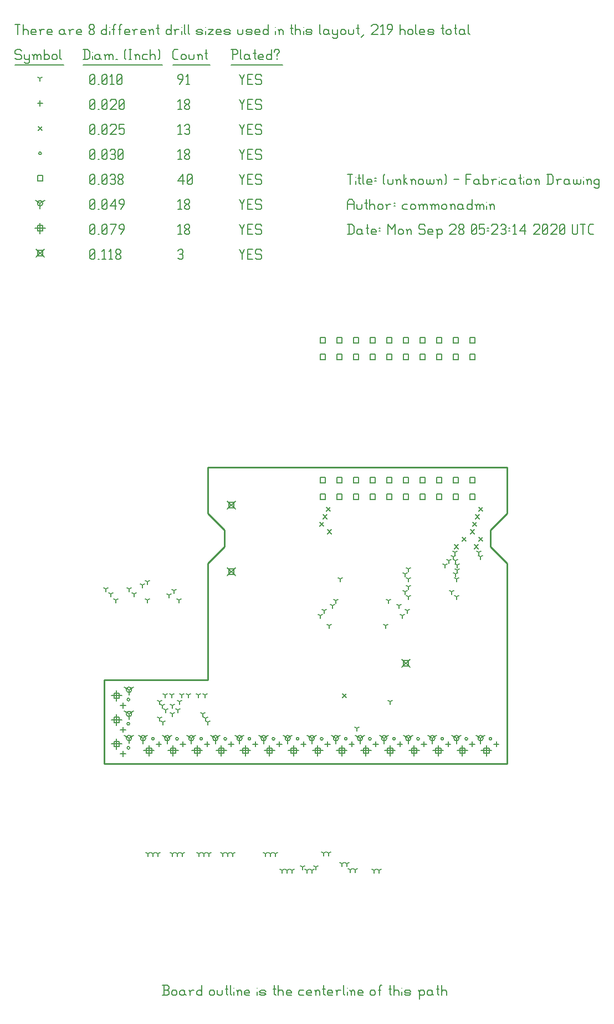
<source format=gbr>
G04 start of page 14 for group -3984 idx -3984 *
G04 Title: (unknown), fab *
G04 Creator: pcb 4.2.0 *
G04 CreationDate: Mon Sep 28 05:23:14 2020 UTC *
G04 For: commonadmin *
G04 Format: Gerber/RS-274X *
G04 PCB-Dimensions (mil): 3500.00 4250.00 *
G04 PCB-Coordinate-Origin: lower left *
%MOIN*%
%FSLAX25Y25*%
%LNFAB*%
%ADD133C,0.0100*%
%ADD132C,0.0075*%
%ADD131C,0.0060*%
%ADD130C,0.0080*%
G54D130*X232600Y192400D02*X237400Y187600D01*
X232600D02*X237400Y192400D01*
X233400Y191600D02*X236600D01*
X233400D02*Y188400D01*
X236600D01*
Y191600D02*Y188400D01*
X127600Y287400D02*X132400Y282600D01*
X127600D02*X132400Y287400D01*
X128400Y286600D02*X131600D01*
X128400D02*Y283400D01*
X131600D01*
Y286600D02*Y283400D01*
X127600Y247400D02*X132400Y242600D01*
X127600D02*X132400Y247400D01*
X128400Y246600D02*X131600D01*
X128400D02*Y243400D01*
X131600D01*
Y246600D02*Y243400D01*
X12600Y438650D02*X17400Y433850D01*
X12600D02*X17400Y438650D01*
X13400Y437850D02*X16600D01*
X13400D02*Y434650D01*
X16600D01*
Y437850D02*Y434650D01*
G54D131*X135000Y438500D02*X136500Y435500D01*
X138000Y438500D01*
X136500Y435500D02*Y432500D01*
X139800Y435800D02*X142050D01*
X139800Y432500D02*X142800D01*
X139800Y438500D02*Y432500D01*
Y438500D02*X142800D01*
X147600D02*X148350Y437750D01*
X145350Y438500D02*X147600D01*
X144600Y437750D02*X145350Y438500D01*
X144600Y437750D02*Y436250D01*
X145350Y435500D01*
X147600D01*
X148350Y434750D01*
Y433250D01*
X147600Y432500D02*X148350Y433250D01*
X145350Y432500D02*X147600D01*
X144600Y433250D02*X145350Y432500D01*
X98000Y437750D02*X98750Y438500D01*
X100250D01*
X101000Y437750D01*
X100250Y432500D02*X101000Y433250D01*
X98750Y432500D02*X100250D01*
X98000Y433250D02*X98750Y432500D01*
Y435800D02*X100250D01*
X101000Y437750D02*Y436550D01*
Y435050D02*Y433250D01*
Y435050D02*X100250Y435800D01*
X101000Y436550D02*X100250Y435800D01*
X45000Y433250D02*X45750Y432500D01*
X45000Y437750D02*Y433250D01*
Y437750D02*X45750Y438500D01*
X47250D01*
X48000Y437750D01*
Y433250D01*
X47250Y432500D02*X48000Y433250D01*
X45750Y432500D02*X47250D01*
X45000Y434000D02*X48000Y437000D01*
X49800Y432500D02*X50550D01*
X52350Y437300D02*X53550Y438500D01*
Y432500D01*
X52350D02*X54600D01*
X56400Y437300D02*X57600Y438500D01*
Y432500D01*
X56400D02*X58650D01*
X60450Y433250D02*X61200Y432500D01*
X60450Y434450D02*Y433250D01*
Y434450D02*X61500Y435500D01*
X62400D01*
X63450Y434450D01*
Y433250D01*
X62700Y432500D02*X63450Y433250D01*
X61200Y432500D02*X62700D01*
X60450Y436550D02*X61500Y435500D01*
X60450Y437750D02*Y436550D01*
Y437750D02*X61200Y438500D01*
X62700D01*
X63450Y437750D01*
Y436550D01*
X62400Y435500D02*X63450Y436550D01*
X225500Y140700D02*Y134300D01*
X222300Y137500D02*X228700D01*
X223900Y139100D02*X227100D01*
X223900D02*Y135900D01*
X227100D01*
Y139100D02*Y135900D01*
X240000Y140700D02*Y134300D01*
X236800Y137500D02*X243200D01*
X238400Y139100D02*X241600D01*
X238400D02*Y135900D01*
X241600D01*
Y139100D02*Y135900D01*
X80500Y140700D02*Y134300D01*
X77300Y137500D02*X83700D01*
X78900Y139100D02*X82100D01*
X78900D02*Y135900D01*
X82100D01*
Y139100D02*Y135900D01*
X95000Y140700D02*Y134300D01*
X91800Y137500D02*X98200D01*
X93400Y139100D02*X96600D01*
X93400D02*Y135900D01*
X96600D01*
Y139100D02*Y135900D01*
X109500Y140700D02*Y134300D01*
X106300Y137500D02*X112700D01*
X107900Y139100D02*X111100D01*
X107900D02*Y135900D01*
X111100D01*
Y139100D02*Y135900D01*
X124000Y140700D02*Y134300D01*
X120800Y137500D02*X127200D01*
X122400Y139100D02*X125600D01*
X122400D02*Y135900D01*
X125600D01*
Y139100D02*Y135900D01*
X138500Y140700D02*Y134300D01*
X135300Y137500D02*X141700D01*
X136900Y139100D02*X140100D01*
X136900D02*Y135900D01*
X140100D01*
Y139100D02*Y135900D01*
X153000Y140700D02*Y134300D01*
X149800Y137500D02*X156200D01*
X151400Y139100D02*X154600D01*
X151400D02*Y135900D01*
X154600D01*
Y139100D02*Y135900D01*
X167500Y140700D02*Y134300D01*
X164300Y137500D02*X170700D01*
X165900Y139100D02*X169100D01*
X165900D02*Y135900D01*
X169100D01*
Y139100D02*Y135900D01*
X182000Y140700D02*Y134300D01*
X178800Y137500D02*X185200D01*
X180400Y139100D02*X183600D01*
X180400D02*Y135900D01*
X183600D01*
Y139100D02*Y135900D01*
X196500Y140700D02*Y134300D01*
X193300Y137500D02*X199700D01*
X194900Y139100D02*X198100D01*
X194900D02*Y135900D01*
X198100D01*
Y139100D02*Y135900D01*
X211000Y140700D02*Y134300D01*
X207800Y137500D02*X214200D01*
X209400Y139100D02*X212600D01*
X209400D02*Y135900D01*
X212600D01*
Y139100D02*Y135900D01*
X254500Y140700D02*Y134300D01*
X251300Y137500D02*X257700D01*
X252900Y139100D02*X256100D01*
X252900D02*Y135900D01*
X256100D01*
Y139100D02*Y135900D01*
X269000Y140700D02*Y134300D01*
X265800Y137500D02*X272200D01*
X267400Y139100D02*X270600D01*
X267400D02*Y135900D01*
X270600D01*
Y139100D02*Y135900D01*
X283500Y140700D02*Y134300D01*
X280300Y137500D02*X286700D01*
X281900Y139100D02*X285100D01*
X281900D02*Y135900D01*
X285100D01*
Y139100D02*Y135900D01*
X61000Y144700D02*Y138300D01*
X57800Y141500D02*X64200D01*
X59400Y143100D02*X62600D01*
X59400D02*Y139900D01*
X62600D01*
Y143100D02*Y139900D01*
X61000Y173700D02*Y167300D01*
X57800Y170500D02*X64200D01*
X59400Y172100D02*X62600D01*
X59400D02*Y168900D01*
X62600D01*
Y172100D02*Y168900D01*
X61000Y159200D02*Y152800D01*
X57800Y156000D02*X64200D01*
X59400Y157600D02*X62600D01*
X59400D02*Y154400D01*
X62600D01*
Y157600D02*Y154400D01*
X15000Y454450D02*Y448050D01*
X11800Y451250D02*X18200D01*
X13400Y452850D02*X16600D01*
X13400D02*Y449650D01*
X16600D01*
Y452850D02*Y449650D01*
X135000Y453500D02*X136500Y450500D01*
X138000Y453500D01*
X136500Y450500D02*Y447500D01*
X139800Y450800D02*X142050D01*
X139800Y447500D02*X142800D01*
X139800Y453500D02*Y447500D01*
Y453500D02*X142800D01*
X147600D02*X148350Y452750D01*
X145350Y453500D02*X147600D01*
X144600Y452750D02*X145350Y453500D01*
X144600Y452750D02*Y451250D01*
X145350Y450500D01*
X147600D01*
X148350Y449750D01*
Y448250D01*
X147600Y447500D02*X148350Y448250D01*
X145350Y447500D02*X147600D01*
X144600Y448250D02*X145350Y447500D01*
X98000Y452300D02*X99200Y453500D01*
Y447500D01*
X98000D02*X100250D01*
X102050Y448250D02*X102800Y447500D01*
X102050Y449450D02*Y448250D01*
Y449450D02*X103100Y450500D01*
X104000D01*
X105050Y449450D01*
Y448250D01*
X104300Y447500D02*X105050Y448250D01*
X102800Y447500D02*X104300D01*
X102050Y451550D02*X103100Y450500D01*
X102050Y452750D02*Y451550D01*
Y452750D02*X102800Y453500D01*
X104300D01*
X105050Y452750D01*
Y451550D01*
X104000Y450500D02*X105050Y451550D01*
X45000Y448250D02*X45750Y447500D01*
X45000Y452750D02*Y448250D01*
Y452750D02*X45750Y453500D01*
X47250D01*
X48000Y452750D01*
Y448250D01*
X47250Y447500D02*X48000Y448250D01*
X45750Y447500D02*X47250D01*
X45000Y449000D02*X48000Y452000D01*
X49800Y447500D02*X50550D01*
X52350Y448250D02*X53100Y447500D01*
X52350Y452750D02*Y448250D01*
Y452750D02*X53100Y453500D01*
X54600D01*
X55350Y452750D01*
Y448250D01*
X54600Y447500D02*X55350Y448250D01*
X53100Y447500D02*X54600D01*
X52350Y449000D02*X55350Y452000D01*
X57900Y447500D02*X60900Y453500D01*
X57150D02*X60900D01*
X63450Y447500D02*X65700Y450500D01*
Y452750D02*Y450500D01*
X64950Y453500D02*X65700Y452750D01*
X63450Y453500D02*X64950D01*
X62700Y452750D02*X63450Y453500D01*
X62700Y452750D02*Y451250D01*
X63450Y450500D01*
X65700D01*
X221957Y144980D02*Y141780D01*
Y144980D02*X224730Y146580D01*
X221957Y144980D02*X219183Y146580D01*
X220357Y144980D02*G75*G03X223557Y144980I1600J0D01*G01*
G75*G03X220357Y144980I-1600J0D01*G01*
X236457D02*Y141780D01*
Y144980D02*X239230Y146580D01*
X236457Y144980D02*X233683Y146580D01*
X234857Y144980D02*G75*G03X238057Y144980I1600J0D01*G01*
G75*G03X234857Y144980I-1600J0D01*G01*
X76957D02*Y141780D01*
Y144980D02*X79730Y146580D01*
X76957Y144980D02*X74183Y146580D01*
X75357Y144980D02*G75*G03X78557Y144980I1600J0D01*G01*
G75*G03X75357Y144980I-1600J0D01*G01*
X91457D02*Y141780D01*
Y144980D02*X94230Y146580D01*
X91457Y144980D02*X88683Y146580D01*
X89857Y144980D02*G75*G03X93057Y144980I1600J0D01*G01*
G75*G03X89857Y144980I-1600J0D01*G01*
X105957D02*Y141780D01*
Y144980D02*X108730Y146580D01*
X105957Y144980D02*X103183Y146580D01*
X104357Y144980D02*G75*G03X107557Y144980I1600J0D01*G01*
G75*G03X104357Y144980I-1600J0D01*G01*
X120457D02*Y141780D01*
Y144980D02*X123230Y146580D01*
X120457Y144980D02*X117683Y146580D01*
X118857Y144980D02*G75*G03X122057Y144980I1600J0D01*G01*
G75*G03X118857Y144980I-1600J0D01*G01*
X134957D02*Y141780D01*
Y144980D02*X137730Y146580D01*
X134957Y144980D02*X132183Y146580D01*
X133357Y144980D02*G75*G03X136557Y144980I1600J0D01*G01*
G75*G03X133357Y144980I-1600J0D01*G01*
X149457D02*Y141780D01*
Y144980D02*X152230Y146580D01*
X149457Y144980D02*X146683Y146580D01*
X147857Y144980D02*G75*G03X151057Y144980I1600J0D01*G01*
G75*G03X147857Y144980I-1600J0D01*G01*
X163957D02*Y141780D01*
Y144980D02*X166730Y146580D01*
X163957Y144980D02*X161183Y146580D01*
X162357Y144980D02*G75*G03X165557Y144980I1600J0D01*G01*
G75*G03X162357Y144980I-1600J0D01*G01*
X178457D02*Y141780D01*
Y144980D02*X181230Y146580D01*
X178457Y144980D02*X175683Y146580D01*
X176857Y144980D02*G75*G03X180057Y144980I1600J0D01*G01*
G75*G03X176857Y144980I-1600J0D01*G01*
X192957D02*Y141780D01*
Y144980D02*X195730Y146580D01*
X192957Y144980D02*X190183Y146580D01*
X191357Y144980D02*G75*G03X194557Y144980I1600J0D01*G01*
G75*G03X191357Y144980I-1600J0D01*G01*
X207457D02*Y141780D01*
Y144980D02*X210230Y146580D01*
X207457Y144980D02*X204683Y146580D01*
X205857Y144980D02*G75*G03X209057Y144980I1600J0D01*G01*
G75*G03X205857Y144980I-1600J0D01*G01*
X250957D02*Y141780D01*
Y144980D02*X253730Y146580D01*
X250957Y144980D02*X248183Y146580D01*
X249357Y144980D02*G75*G03X252557Y144980I1600J0D01*G01*
G75*G03X249357Y144980I-1600J0D01*G01*
X265457D02*Y141780D01*
Y144980D02*X268230Y146580D01*
X265457Y144980D02*X262683Y146580D01*
X263857Y144980D02*G75*G03X267057Y144980I1600J0D01*G01*
G75*G03X263857Y144980I-1600J0D01*G01*
X279957D02*Y141780D01*
Y144980D02*X282730Y146580D01*
X279957Y144980D02*X277183Y146580D01*
X278357Y144980D02*G75*G03X281557Y144980I1600J0D01*G01*
G75*G03X278357Y144980I-1600J0D01*G01*
X68480Y145043D02*Y141843D01*
Y145043D02*X71254Y146643D01*
X68480Y145043D02*X65707Y146643D01*
X66880Y145043D02*G75*G03X70080Y145043I1600J0D01*G01*
G75*G03X66880Y145043I-1600J0D01*G01*
X68480Y174043D02*Y170843D01*
Y174043D02*X71254Y175643D01*
X68480Y174043D02*X65707Y175643D01*
X66880Y174043D02*G75*G03X70080Y174043I1600J0D01*G01*
G75*G03X66880Y174043I-1600J0D01*G01*
X68480Y159543D02*Y156343D01*
Y159543D02*X71254Y161143D01*
X68480Y159543D02*X65707Y161143D01*
X66880Y159543D02*G75*G03X70080Y159543I1600J0D01*G01*
G75*G03X66880Y159543I-1600J0D01*G01*
X15000Y466250D02*Y463050D01*
Y466250D02*X17773Y467850D01*
X15000Y466250D02*X12227Y467850D01*
X13400Y466250D02*G75*G03X16600Y466250I1600J0D01*G01*
G75*G03X13400Y466250I-1600J0D01*G01*
X135000Y468500D02*X136500Y465500D01*
X138000Y468500D01*
X136500Y465500D02*Y462500D01*
X139800Y465800D02*X142050D01*
X139800Y462500D02*X142800D01*
X139800Y468500D02*Y462500D01*
Y468500D02*X142800D01*
X147600D02*X148350Y467750D01*
X145350Y468500D02*X147600D01*
X144600Y467750D02*X145350Y468500D01*
X144600Y467750D02*Y466250D01*
X145350Y465500D01*
X147600D01*
X148350Y464750D01*
Y463250D01*
X147600Y462500D02*X148350Y463250D01*
X145350Y462500D02*X147600D01*
X144600Y463250D02*X145350Y462500D01*
X98000Y467300D02*X99200Y468500D01*
Y462500D01*
X98000D02*X100250D01*
X102050Y463250D02*X102800Y462500D01*
X102050Y464450D02*Y463250D01*
Y464450D02*X103100Y465500D01*
X104000D01*
X105050Y464450D01*
Y463250D01*
X104300Y462500D02*X105050Y463250D01*
X102800Y462500D02*X104300D01*
X102050Y466550D02*X103100Y465500D01*
X102050Y467750D02*Y466550D01*
Y467750D02*X102800Y468500D01*
X104300D01*
X105050Y467750D01*
Y466550D01*
X104000Y465500D02*X105050Y466550D01*
X45000Y463250D02*X45750Y462500D01*
X45000Y467750D02*Y463250D01*
Y467750D02*X45750Y468500D01*
X47250D01*
X48000Y467750D01*
Y463250D01*
X47250Y462500D02*X48000Y463250D01*
X45750Y462500D02*X47250D01*
X45000Y464000D02*X48000Y467000D01*
X49800Y462500D02*X50550D01*
X52350Y463250D02*X53100Y462500D01*
X52350Y467750D02*Y463250D01*
Y467750D02*X53100Y468500D01*
X54600D01*
X55350Y467750D01*
Y463250D01*
X54600Y462500D02*X55350Y463250D01*
X53100Y462500D02*X54600D01*
X52350Y464000D02*X55350Y467000D01*
X57150Y464750D02*X60150Y468500D01*
X57150Y464750D02*X60900D01*
X60150Y468500D02*Y462500D01*
X63450D02*X65700Y465500D01*
Y467750D02*Y465500D01*
X64950Y468500D02*X65700Y467750D01*
X63450Y468500D02*X64950D01*
X62700Y467750D02*X63450Y468500D01*
X62700Y467750D02*Y466250D01*
X63450Y465500D01*
X65700D01*
X273400Y301600D02*X276600D01*
X273400D02*Y298400D01*
X276600D01*
Y301600D02*Y298400D01*
X273400Y291600D02*X276600D01*
X273400D02*Y288400D01*
X276600D01*
Y291600D02*Y288400D01*
X263400Y301600D02*X266600D01*
X263400D02*Y298400D01*
X266600D01*
Y301600D02*Y298400D01*
X263400Y291600D02*X266600D01*
X263400D02*Y288400D01*
X266600D01*
Y291600D02*Y288400D01*
X253400Y301600D02*X256600D01*
X253400D02*Y298400D01*
X256600D01*
Y301600D02*Y298400D01*
X253400Y291600D02*X256600D01*
X253400D02*Y288400D01*
X256600D01*
Y291600D02*Y288400D01*
X243400Y301600D02*X246600D01*
X243400D02*Y298400D01*
X246600D01*
Y301600D02*Y298400D01*
X243400Y291600D02*X246600D01*
X243400D02*Y288400D01*
X246600D01*
Y291600D02*Y288400D01*
X233400Y301600D02*X236600D01*
X233400D02*Y298400D01*
X236600D01*
Y301600D02*Y298400D01*
X233400Y291600D02*X236600D01*
X233400D02*Y288400D01*
X236600D01*
Y291600D02*Y288400D01*
X223400Y301600D02*X226600D01*
X223400D02*Y298400D01*
X226600D01*
Y301600D02*Y298400D01*
X223400Y291600D02*X226600D01*
X223400D02*Y288400D01*
X226600D01*
Y291600D02*Y288400D01*
X213400Y301600D02*X216600D01*
X213400D02*Y298400D01*
X216600D01*
Y301600D02*Y298400D01*
X213400Y291600D02*X216600D01*
X213400D02*Y288400D01*
X216600D01*
Y291600D02*Y288400D01*
X203400Y301600D02*X206600D01*
X203400D02*Y298400D01*
X206600D01*
Y301600D02*Y298400D01*
X203400Y291600D02*X206600D01*
X203400D02*Y288400D01*
X206600D01*
Y291600D02*Y288400D01*
X193400Y301600D02*X196600D01*
X193400D02*Y298400D01*
X196600D01*
Y301600D02*Y298400D01*
X193400Y291600D02*X196600D01*
X193400D02*Y288400D01*
X196600D01*
Y291600D02*Y288400D01*
X183400Y301600D02*X186600D01*
X183400D02*Y298400D01*
X186600D01*
Y301600D02*Y298400D01*
X183400Y291600D02*X186600D01*
X183400D02*Y288400D01*
X186600D01*
Y291600D02*Y288400D01*
X273400Y385600D02*X276600D01*
X273400D02*Y382400D01*
X276600D01*
Y385600D02*Y382400D01*
X273400Y375600D02*X276600D01*
X273400D02*Y372400D01*
X276600D01*
Y375600D02*Y372400D01*
X263400Y385600D02*X266600D01*
X263400D02*Y382400D01*
X266600D01*
Y385600D02*Y382400D01*
X263400Y375600D02*X266600D01*
X263400D02*Y372400D01*
X266600D01*
Y375600D02*Y372400D01*
X253400Y385600D02*X256600D01*
X253400D02*Y382400D01*
X256600D01*
Y385600D02*Y382400D01*
X253400Y375600D02*X256600D01*
X253400D02*Y372400D01*
X256600D01*
Y375600D02*Y372400D01*
X243400Y385600D02*X246600D01*
X243400D02*Y382400D01*
X246600D01*
Y385600D02*Y382400D01*
X243400Y375600D02*X246600D01*
X243400D02*Y372400D01*
X246600D01*
Y375600D02*Y372400D01*
X233400Y385600D02*X236600D01*
X233400D02*Y382400D01*
X236600D01*
Y385600D02*Y382400D01*
X233400Y375600D02*X236600D01*
X233400D02*Y372400D01*
X236600D01*
Y375600D02*Y372400D01*
X223400Y385600D02*X226600D01*
X223400D02*Y382400D01*
X226600D01*
Y385600D02*Y382400D01*
X223400Y375600D02*X226600D01*
X223400D02*Y372400D01*
X226600D01*
Y375600D02*Y372400D01*
X213400Y385600D02*X216600D01*
X213400D02*Y382400D01*
X216600D01*
Y385600D02*Y382400D01*
X213400Y375600D02*X216600D01*
X213400D02*Y372400D01*
X216600D01*
Y375600D02*Y372400D01*
X203400Y385600D02*X206600D01*
X203400D02*Y382400D01*
X206600D01*
Y385600D02*Y382400D01*
X203400Y375600D02*X206600D01*
X203400D02*Y372400D01*
X206600D01*
Y375600D02*Y372400D01*
X193400Y385600D02*X196600D01*
X193400D02*Y382400D01*
X196600D01*
Y385600D02*Y382400D01*
X193400Y375600D02*X196600D01*
X193400D02*Y372400D01*
X196600D01*
Y375600D02*Y372400D01*
X183400Y385600D02*X186600D01*
X183400D02*Y382400D01*
X186600D01*
Y385600D02*Y382400D01*
X183400Y375600D02*X186600D01*
X183400D02*Y372400D01*
X186600D01*
Y375600D02*Y372400D01*
X13400Y482850D02*X16600D01*
X13400D02*Y479650D01*
X16600D01*
Y482850D02*Y479650D01*
X135000Y483500D02*X136500Y480500D01*
X138000Y483500D01*
X136500Y480500D02*Y477500D01*
X139800Y480800D02*X142050D01*
X139800Y477500D02*X142800D01*
X139800Y483500D02*Y477500D01*
Y483500D02*X142800D01*
X147600D02*X148350Y482750D01*
X145350Y483500D02*X147600D01*
X144600Y482750D02*X145350Y483500D01*
X144600Y482750D02*Y481250D01*
X145350Y480500D01*
X147600D01*
X148350Y479750D01*
Y478250D01*
X147600Y477500D02*X148350Y478250D01*
X145350Y477500D02*X147600D01*
X144600Y478250D02*X145350Y477500D01*
X98000Y479750D02*X101000Y483500D01*
X98000Y479750D02*X101750D01*
X101000Y483500D02*Y477500D01*
X103550Y478250D02*X104300Y477500D01*
X103550Y482750D02*Y478250D01*
Y482750D02*X104300Y483500D01*
X105800D01*
X106550Y482750D01*
Y478250D01*
X105800Y477500D02*X106550Y478250D01*
X104300Y477500D02*X105800D01*
X103550Y479000D02*X106550Y482000D01*
X45000Y478250D02*X45750Y477500D01*
X45000Y482750D02*Y478250D01*
Y482750D02*X45750Y483500D01*
X47250D01*
X48000Y482750D01*
Y478250D01*
X47250Y477500D02*X48000Y478250D01*
X45750Y477500D02*X47250D01*
X45000Y479000D02*X48000Y482000D01*
X49800Y477500D02*X50550D01*
X52350Y478250D02*X53100Y477500D01*
X52350Y482750D02*Y478250D01*
Y482750D02*X53100Y483500D01*
X54600D01*
X55350Y482750D01*
Y478250D01*
X54600Y477500D02*X55350Y478250D01*
X53100Y477500D02*X54600D01*
X52350Y479000D02*X55350Y482000D01*
X57150Y482750D02*X57900Y483500D01*
X59400D01*
X60150Y482750D01*
X59400Y477500D02*X60150Y478250D01*
X57900Y477500D02*X59400D01*
X57150Y478250D02*X57900Y477500D01*
Y480800D02*X59400D01*
X60150Y482750D02*Y481550D01*
Y480050D02*Y478250D01*
Y480050D02*X59400Y480800D01*
X60150Y481550D02*X59400Y480800D01*
X61950Y478250D02*X62700Y477500D01*
X61950Y479450D02*Y478250D01*
Y479450D02*X63000Y480500D01*
X63900D01*
X64950Y479450D01*
Y478250D01*
X64200Y477500D02*X64950Y478250D01*
X62700Y477500D02*X64200D01*
X61950Y481550D02*X63000Y480500D01*
X61950Y482750D02*Y481550D01*
Y482750D02*X62700Y483500D01*
X64200D01*
X64950Y482750D01*
Y481550D01*
X63900Y480500D02*X64950Y481550D01*
X227062Y144587D02*G75*G03X228662Y144587I800J0D01*G01*
G75*G03X227062Y144587I-800J0D01*G01*
X241562D02*G75*G03X243162Y144587I800J0D01*G01*
G75*G03X241562Y144587I-800J0D01*G01*
X82062D02*G75*G03X83662Y144587I800J0D01*G01*
G75*G03X82062Y144587I-800J0D01*G01*
X96562D02*G75*G03X98162Y144587I800J0D01*G01*
G75*G03X96562Y144587I-800J0D01*G01*
X111062D02*G75*G03X112662Y144587I800J0D01*G01*
G75*G03X111062Y144587I-800J0D01*G01*
X125562D02*G75*G03X127162Y144587I800J0D01*G01*
G75*G03X125562Y144587I-800J0D01*G01*
X140062D02*G75*G03X141662Y144587I800J0D01*G01*
G75*G03X140062Y144587I-800J0D01*G01*
X154562D02*G75*G03X156162Y144587I800J0D01*G01*
G75*G03X154562Y144587I-800J0D01*G01*
X169062D02*G75*G03X170662Y144587I800J0D01*G01*
G75*G03X169062Y144587I-800J0D01*G01*
X183562D02*G75*G03X185162Y144587I800J0D01*G01*
G75*G03X183562Y144587I-800J0D01*G01*
X198062D02*G75*G03X199662Y144587I800J0D01*G01*
G75*G03X198062Y144587I-800J0D01*G01*
X212562D02*G75*G03X214162Y144587I800J0D01*G01*
G75*G03X212562Y144587I-800J0D01*G01*
X256062D02*G75*G03X257662Y144587I800J0D01*G01*
G75*G03X256062Y144587I-800J0D01*G01*
X270562D02*G75*G03X272162Y144587I800J0D01*G01*
G75*G03X270562Y144587I-800J0D01*G01*
X285062D02*G75*G03X286662Y144587I800J0D01*G01*
G75*G03X285062Y144587I-800J0D01*G01*
X67287Y139138D02*G75*G03X68887Y139138I800J0D01*G01*
G75*G03X67287Y139138I-800J0D01*G01*
Y168138D02*G75*G03X68887Y168138I800J0D01*G01*
G75*G03X67287Y168138I-800J0D01*G01*
Y153638D02*G75*G03X68887Y153638I800J0D01*G01*
G75*G03X67287Y153638I-800J0D01*G01*
X14200Y496250D02*G75*G03X15800Y496250I800J0D01*G01*
G75*G03X14200Y496250I-800J0D01*G01*
X135000Y498500D02*X136500Y495500D01*
X138000Y498500D01*
X136500Y495500D02*Y492500D01*
X139800Y495800D02*X142050D01*
X139800Y492500D02*X142800D01*
X139800Y498500D02*Y492500D01*
Y498500D02*X142800D01*
X147600D02*X148350Y497750D01*
X145350Y498500D02*X147600D01*
X144600Y497750D02*X145350Y498500D01*
X144600Y497750D02*Y496250D01*
X145350Y495500D01*
X147600D01*
X148350Y494750D01*
Y493250D01*
X147600Y492500D02*X148350Y493250D01*
X145350Y492500D02*X147600D01*
X144600Y493250D02*X145350Y492500D01*
X98000Y497300D02*X99200Y498500D01*
Y492500D01*
X98000D02*X100250D01*
X102050Y493250D02*X102800Y492500D01*
X102050Y494450D02*Y493250D01*
Y494450D02*X103100Y495500D01*
X104000D01*
X105050Y494450D01*
Y493250D01*
X104300Y492500D02*X105050Y493250D01*
X102800Y492500D02*X104300D01*
X102050Y496550D02*X103100Y495500D01*
X102050Y497750D02*Y496550D01*
Y497750D02*X102800Y498500D01*
X104300D01*
X105050Y497750D01*
Y496550D01*
X104000Y495500D02*X105050Y496550D01*
X45000Y493250D02*X45750Y492500D01*
X45000Y497750D02*Y493250D01*
Y497750D02*X45750Y498500D01*
X47250D01*
X48000Y497750D01*
Y493250D01*
X47250Y492500D02*X48000Y493250D01*
X45750Y492500D02*X47250D01*
X45000Y494000D02*X48000Y497000D01*
X49800Y492500D02*X50550D01*
X52350Y493250D02*X53100Y492500D01*
X52350Y497750D02*Y493250D01*
Y497750D02*X53100Y498500D01*
X54600D01*
X55350Y497750D01*
Y493250D01*
X54600Y492500D02*X55350Y493250D01*
X53100Y492500D02*X54600D01*
X52350Y494000D02*X55350Y497000D01*
X57150Y497750D02*X57900Y498500D01*
X59400D01*
X60150Y497750D01*
X59400Y492500D02*X60150Y493250D01*
X57900Y492500D02*X59400D01*
X57150Y493250D02*X57900Y492500D01*
Y495800D02*X59400D01*
X60150Y497750D02*Y496550D01*
Y495050D02*Y493250D01*
Y495050D02*X59400Y495800D01*
X60150Y496550D02*X59400Y495800D01*
X61950Y493250D02*X62700Y492500D01*
X61950Y497750D02*Y493250D01*
Y497750D02*X62700Y498500D01*
X64200D01*
X64950Y497750D01*
Y493250D01*
X64200Y492500D02*X64950Y493250D01*
X62700Y492500D02*X64200D01*
X61950Y494000D02*X64950Y497000D01*
X273800Y270200D02*X276200Y267800D01*
X273800D02*X276200Y270200D01*
X275300Y274700D02*X277700Y272300D01*
X275300D02*X277700Y274700D01*
X276800Y279200D02*X279200Y276800D01*
X276800D02*X279200Y279200D01*
X278800Y283700D02*X281200Y281300D01*
X278800D02*X281200Y283700D01*
X276300Y261200D02*X278700Y258800D01*
X276300D02*X278700Y261200D01*
X278800Y265700D02*X281200Y263300D01*
X278800D02*X281200Y265700D01*
X268800D02*X271200Y263300D01*
X268800D02*X271200Y265700D01*
X264300Y261200D02*X266700Y258800D01*
X264300D02*X266700Y261200D01*
X187300Y283700D02*X189700Y281300D01*
X187300D02*X189700Y283700D01*
X196800Y171700D02*X199200Y169300D01*
X196800D02*X199200Y171700D01*
X185300Y279200D02*X187700Y276800D01*
X185300D02*X187700Y279200D01*
X187800Y270200D02*X190200Y267800D01*
X187800D02*X190200Y270200D01*
X183300Y274700D02*X185700Y272300D01*
X183300D02*X185700Y274700D01*
X13800Y512450D02*X16200Y510050D01*
X13800D02*X16200Y512450D01*
X135000Y513500D02*X136500Y510500D01*
X138000Y513500D01*
X136500Y510500D02*Y507500D01*
X139800Y510800D02*X142050D01*
X139800Y507500D02*X142800D01*
X139800Y513500D02*Y507500D01*
Y513500D02*X142800D01*
X147600D02*X148350Y512750D01*
X145350Y513500D02*X147600D01*
X144600Y512750D02*X145350Y513500D01*
X144600Y512750D02*Y511250D01*
X145350Y510500D01*
X147600D01*
X148350Y509750D01*
Y508250D01*
X147600Y507500D02*X148350Y508250D01*
X145350Y507500D02*X147600D01*
X144600Y508250D02*X145350Y507500D01*
X98000Y512300D02*X99200Y513500D01*
Y507500D01*
X98000D02*X100250D01*
X102050Y512750D02*X102800Y513500D01*
X104300D01*
X105050Y512750D01*
X104300Y507500D02*X105050Y508250D01*
X102800Y507500D02*X104300D01*
X102050Y508250D02*X102800Y507500D01*
Y510800D02*X104300D01*
X105050Y512750D02*Y511550D01*
Y510050D02*Y508250D01*
Y510050D02*X104300Y510800D01*
X105050Y511550D02*X104300Y510800D01*
X45000Y508250D02*X45750Y507500D01*
X45000Y512750D02*Y508250D01*
Y512750D02*X45750Y513500D01*
X47250D01*
X48000Y512750D01*
Y508250D01*
X47250Y507500D02*X48000Y508250D01*
X45750Y507500D02*X47250D01*
X45000Y509000D02*X48000Y512000D01*
X49800Y507500D02*X50550D01*
X52350Y508250D02*X53100Y507500D01*
X52350Y512750D02*Y508250D01*
Y512750D02*X53100Y513500D01*
X54600D01*
X55350Y512750D01*
Y508250D01*
X54600Y507500D02*X55350Y508250D01*
X53100Y507500D02*X54600D01*
X52350Y509000D02*X55350Y512000D01*
X57150Y512750D02*X57900Y513500D01*
X60150D01*
X60900Y512750D01*
Y511250D01*
X57150Y507500D02*X60900Y511250D01*
X57150Y507500D02*X60900D01*
X62700Y513500D02*X65700D01*
X62700D02*Y510500D01*
X63450Y511250D01*
X64950D01*
X65700Y510500D01*
Y508250D01*
X64950Y507500D02*X65700Y508250D01*
X63450Y507500D02*X64950D01*
X62700Y508250D02*X63450Y507500D01*
X231406Y143037D02*Y139837D01*
X229806Y141437D02*X233006D01*
X245906Y143037D02*Y139837D01*
X244306Y141437D02*X247506D01*
X86406Y143037D02*Y139837D01*
X84806Y141437D02*X88006D01*
X100906Y143037D02*Y139837D01*
X99306Y141437D02*X102506D01*
X115406Y143037D02*Y139837D01*
X113806Y141437D02*X117006D01*
X129906Y143037D02*Y139837D01*
X128306Y141437D02*X131506D01*
X144406Y143037D02*Y139837D01*
X142806Y141437D02*X146006D01*
X158906Y143037D02*Y139837D01*
X157306Y141437D02*X160506D01*
X173406Y143037D02*Y139837D01*
X171806Y141437D02*X175006D01*
X187906Y143037D02*Y139837D01*
X186306Y141437D02*X189506D01*
X202406Y143037D02*Y139837D01*
X200806Y141437D02*X204006D01*
X216906Y143037D02*Y139837D01*
X215306Y141437D02*X218506D01*
X260406Y143037D02*Y139837D01*
X258806Y141437D02*X262006D01*
X274906Y143037D02*Y139837D01*
X273306Y141437D02*X276506D01*
X289406Y143037D02*Y139837D01*
X287806Y141437D02*X291006D01*
X64937Y137194D02*Y133994D01*
X63337Y135594D02*X66537D01*
X64937Y166194D02*Y162994D01*
X63337Y164594D02*X66537D01*
X64937Y151694D02*Y148494D01*
X63337Y150094D02*X66537D01*
X15000Y527850D02*Y524650D01*
X13400Y526250D02*X16600D01*
X135000Y528500D02*X136500Y525500D01*
X138000Y528500D01*
X136500Y525500D02*Y522500D01*
X139800Y525800D02*X142050D01*
X139800Y522500D02*X142800D01*
X139800Y528500D02*Y522500D01*
Y528500D02*X142800D01*
X147600D02*X148350Y527750D01*
X145350Y528500D02*X147600D01*
X144600Y527750D02*X145350Y528500D01*
X144600Y527750D02*Y526250D01*
X145350Y525500D01*
X147600D01*
X148350Y524750D01*
Y523250D01*
X147600Y522500D02*X148350Y523250D01*
X145350Y522500D02*X147600D01*
X144600Y523250D02*X145350Y522500D01*
X98000Y527300D02*X99200Y528500D01*
Y522500D01*
X98000D02*X100250D01*
X102050Y523250D02*X102800Y522500D01*
X102050Y524450D02*Y523250D01*
Y524450D02*X103100Y525500D01*
X104000D01*
X105050Y524450D01*
Y523250D01*
X104300Y522500D02*X105050Y523250D01*
X102800Y522500D02*X104300D01*
X102050Y526550D02*X103100Y525500D01*
X102050Y527750D02*Y526550D01*
Y527750D02*X102800Y528500D01*
X104300D01*
X105050Y527750D01*
Y526550D01*
X104000Y525500D02*X105050Y526550D01*
X45000Y523250D02*X45750Y522500D01*
X45000Y527750D02*Y523250D01*
Y527750D02*X45750Y528500D01*
X47250D01*
X48000Y527750D01*
Y523250D01*
X47250Y522500D02*X48000Y523250D01*
X45750Y522500D02*X47250D01*
X45000Y524000D02*X48000Y527000D01*
X49800Y522500D02*X50550D01*
X52350Y523250D02*X53100Y522500D01*
X52350Y527750D02*Y523250D01*
Y527750D02*X53100Y528500D01*
X54600D01*
X55350Y527750D01*
Y523250D01*
X54600Y522500D02*X55350Y523250D01*
X53100Y522500D02*X54600D01*
X52350Y524000D02*X55350Y527000D01*
X57150Y527750D02*X57900Y528500D01*
X60150D01*
X60900Y527750D01*
Y526250D01*
X57150Y522500D02*X60900Y526250D01*
X57150Y522500D02*X60900D01*
X62700Y523250D02*X63450Y522500D01*
X62700Y527750D02*Y523250D01*
Y527750D02*X63450Y528500D01*
X64950D01*
X65700Y527750D01*
Y523250D01*
X64950Y522500D02*X65700Y523250D01*
X63450Y522500D02*X64950D01*
X62700Y524000D02*X65700Y527000D01*
X201499Y66000D02*Y64400D01*
Y66000D02*X202886Y66800D01*
X201499Y66000D02*X200113Y66800D01*
X204500Y66000D02*Y64400D01*
Y66000D02*X205887Y66800D01*
X204500Y66000D02*X203113Y66800D01*
X196500Y69500D02*Y67900D01*
Y69500D02*X197887Y70300D01*
X196500Y69500D02*X195113Y70300D01*
X199500Y69500D02*Y67900D01*
Y69500D02*X200887Y70300D01*
X199500Y69500D02*X198113Y70300D01*
X185500Y76000D02*Y74400D01*
Y76000D02*X186887Y76800D01*
X185500Y76000D02*X184113Y76800D01*
X188500Y76000D02*Y74400D01*
Y76000D02*X189887Y76800D01*
X188500Y76000D02*X187113Y76800D01*
X173000Y67500D02*Y65900D01*
Y67500D02*X174387Y68300D01*
X173000Y67500D02*X171613Y68300D01*
X175500Y65500D02*Y63900D01*
Y65500D02*X176887Y66300D01*
X175500Y65500D02*X174113Y66300D01*
X178500Y65500D02*Y63900D01*
Y65500D02*X179887Y66300D01*
X178500Y65500D02*X177113Y66300D01*
X181000Y67500D02*Y65900D01*
Y67500D02*X182387Y68300D01*
X181000Y67500D02*X179613Y68300D01*
X216000Y65500D02*Y63900D01*
Y65500D02*X217387Y66300D01*
X216000Y65500D02*X214613Y66300D01*
X219000Y65500D02*Y63900D01*
Y65500D02*X220387Y66300D01*
X219000Y65500D02*X217613Y66300D01*
X160500Y65500D02*Y63900D01*
Y65500D02*X161887Y66300D01*
X160500Y65500D02*X159113Y66300D01*
X163500Y65500D02*Y63900D01*
Y65500D02*X164887Y66300D01*
X163500Y65500D02*X162113Y66300D01*
X166500Y65500D02*Y63900D01*
Y65500D02*X167887Y66300D01*
X166500Y65500D02*X165113Y66300D01*
X150500Y75500D02*Y73900D01*
Y75500D02*X151887Y76300D01*
X150500Y75500D02*X149113Y76300D01*
X153500Y75500D02*Y73900D01*
Y75500D02*X154887Y76300D01*
X153500Y75500D02*X152113Y76300D01*
X156500Y75500D02*Y73900D01*
Y75500D02*X157887Y76300D01*
X156500Y75500D02*X155113Y76300D01*
X86000Y75500D02*Y73900D01*
Y75500D02*X87387Y76300D01*
X86000Y75500D02*X84613Y76300D01*
X83000Y75500D02*Y73900D01*
Y75500D02*X84387Y76300D01*
X83000Y75500D02*X81613Y76300D01*
X80000Y75500D02*Y73900D01*
Y75500D02*X81387Y76300D01*
X80000Y75500D02*X78613Y76300D01*
X100500Y75500D02*Y73900D01*
Y75500D02*X101887Y76300D01*
X100500Y75500D02*X99113Y76300D01*
X97500Y75500D02*Y73900D01*
Y75500D02*X98887Y76300D01*
X97500Y75500D02*X96113Y76300D01*
X94500Y75500D02*Y73900D01*
Y75500D02*X95887Y76300D01*
X94500Y75500D02*X93113Y76300D01*
X116500Y75500D02*Y73900D01*
Y75500D02*X117887Y76300D01*
X116500Y75500D02*X115113Y76300D01*
X113500Y75500D02*Y73900D01*
Y75500D02*X114887Y76300D01*
X113500Y75500D02*X112113Y76300D01*
X110500Y75500D02*Y73900D01*
Y75500D02*X111887Y76300D01*
X110500Y75500D02*X109113Y76300D01*
X131000Y75500D02*Y73900D01*
Y75500D02*X132387Y76300D01*
X131000Y75500D02*X129613Y76300D01*
X128000Y75500D02*Y73900D01*
Y75500D02*X129387Y76300D01*
X128000Y75500D02*X126613Y76300D01*
X125000Y75500D02*Y73900D01*
Y75500D02*X126387Y76300D01*
X125000Y75500D02*X123613Y76300D01*
X223000Y212500D02*Y210900D01*
Y212500D02*X224387Y213300D01*
X223000Y212500D02*X221613Y213300D01*
X280000Y254000D02*Y252400D01*
Y254000D02*X281387Y254800D01*
X280000Y254000D02*X278613Y254800D01*
X279000Y256500D02*Y254900D01*
Y256500D02*X280387Y257300D01*
X279000Y256500D02*X277613Y257300D01*
X265500Y230000D02*Y228400D01*
Y230000D02*X266887Y230800D01*
X265500Y230000D02*X264113Y230800D01*
X265500Y240500D02*Y238900D01*
Y240500D02*X266887Y241300D01*
X265500Y240500D02*X264113Y241300D01*
X262500Y233000D02*Y231400D01*
Y233000D02*X263887Y233800D01*
X262500Y233000D02*X261113Y233800D01*
X266000Y249000D02*Y247400D01*
Y249000D02*X267387Y249800D01*
X266000Y249000D02*X264613Y249800D01*
X265000Y251500D02*Y249900D01*
Y251500D02*X266387Y252300D01*
X265000Y251500D02*X263613Y252300D01*
X263500Y254000D02*Y252400D01*
Y254000D02*X264887Y254800D01*
X263500Y254000D02*X262113Y254800D01*
X261000Y251500D02*Y249900D01*
Y251500D02*X262387Y252300D01*
X261000Y251500D02*X259613Y252300D01*
X258500Y249000D02*Y247400D01*
Y249000D02*X259887Y249800D01*
X258500Y249000D02*X257113Y249800D01*
X236000Y221500D02*Y219900D01*
Y221500D02*X237387Y222300D01*
X236000Y221500D02*X234613Y222300D01*
X233000Y218500D02*Y216900D01*
Y218500D02*X234387Y219300D01*
X233000Y218500D02*X231613Y219300D01*
X236500Y246500D02*Y244900D01*
Y246500D02*X237887Y247300D01*
X236500Y246500D02*X235113Y247300D01*
X236500Y240500D02*Y238900D01*
Y240500D02*X237887Y241300D01*
X236500Y240500D02*X235113Y241300D01*
X234500Y243500D02*Y241900D01*
Y243500D02*X235887Y244300D01*
X234500Y243500D02*X233113Y244300D01*
X236500Y236000D02*Y234400D01*
Y236000D02*X237887Y236800D01*
X236500Y236000D02*X235113Y236800D01*
X236500Y230000D02*Y228400D01*
Y230000D02*X237887Y230800D01*
X236500Y230000D02*X235113Y230800D01*
X234500Y233000D02*Y231400D01*
Y233000D02*X235887Y233800D01*
X234500Y233000D02*X233113Y233800D01*
X231000Y224500D02*Y222900D01*
Y224500D02*X232387Y225300D01*
X231000Y224500D02*X229613Y225300D01*
X224500Y227500D02*Y225900D01*
Y227500D02*X225887Y228300D01*
X224500Y227500D02*X223113Y228300D01*
X265000Y243500D02*Y241900D01*
Y243500D02*X266387Y244300D01*
X265000Y243500D02*X263613Y244300D01*
X266000Y246000D02*Y244400D01*
Y246000D02*X267387Y246800D01*
X266000Y246000D02*X264613Y246800D01*
X205500Y151000D02*Y149400D01*
Y151000D02*X206887Y151800D01*
X205500Y151000D02*X204113Y151800D01*
X195500Y240500D02*Y238900D01*
Y240500D02*X196887Y241300D01*
X195500Y240500D02*X194113Y241300D01*
X193000Y227500D02*Y225900D01*
Y227500D02*X194387Y228300D01*
X193000Y227500D02*X191613Y228300D01*
X191000Y224500D02*Y222900D01*
Y224500D02*X192387Y225300D01*
X191000Y224500D02*X189613Y225300D01*
X189000Y212500D02*Y210900D01*
Y212500D02*X190387Y213300D01*
X189000Y212500D02*X187613Y213300D01*
X186000Y221500D02*Y219900D01*
Y221500D02*X187387Y222300D01*
X186000Y221500D02*X184613Y222300D01*
X183500Y218500D02*Y216900D01*
Y218500D02*X184887Y219300D01*
X183500Y218500D02*X182113Y219300D01*
X116000Y154500D02*Y152900D01*
Y154500D02*X117387Y155300D01*
X116000Y154500D02*X114613Y155300D01*
X114500Y157000D02*Y155400D01*
Y157000D02*X115887Y157800D01*
X114500Y157000D02*X113113Y157800D01*
X113000Y159500D02*Y157900D01*
Y159500D02*X114387Y160300D01*
X113000Y159500D02*X111613Y160300D01*
X90500Y162000D02*Y160400D01*
Y162000D02*X91887Y162800D01*
X90500Y162000D02*X89113Y162800D01*
X88500Y164500D02*Y162900D01*
Y164500D02*X89887Y165300D01*
X88500Y164500D02*X87113Y165300D01*
X87000Y167000D02*Y165400D01*
Y167000D02*X88387Y167800D01*
X87000Y167000D02*X85613Y167800D01*
X90200Y171000D02*Y169400D01*
Y171000D02*X91587Y171800D01*
X90200Y171000D02*X88813Y171800D01*
X94200Y171000D02*Y169400D01*
Y171000D02*X95587Y171800D01*
X94200Y171000D02*X92813Y171800D01*
X100200Y171000D02*Y169400D01*
Y171000D02*X101587Y171800D01*
X100200Y171000D02*X98813Y171800D01*
X104200Y171000D02*Y169400D01*
Y171000D02*X105587Y171800D01*
X104200Y171000D02*X102813Y171800D01*
X110200Y171000D02*Y169400D01*
Y171000D02*X111587Y171800D01*
X110200Y171000D02*X108813Y171800D01*
X114200Y171000D02*Y169400D01*
Y171000D02*X115587Y171800D01*
X114200Y171000D02*X112813Y171800D01*
X87000Y157000D02*Y155400D01*
Y157000D02*X88387Y157800D01*
X87000Y157000D02*X85613Y157800D01*
X94500Y164500D02*Y162900D01*
Y164500D02*X95887Y165300D01*
X94500Y164500D02*X93113Y165300D01*
X94500Y159500D02*Y157900D01*
Y159500D02*X95887Y160300D01*
X94500Y159500D02*X93113Y160300D01*
X99000Y167000D02*Y165400D01*
Y167000D02*X100387Y167800D01*
X99000Y167000D02*X97613Y167800D01*
X264500Y256500D02*Y254900D01*
Y256500D02*X265887Y257300D01*
X264500Y256500D02*X263113Y257300D01*
X98000Y162000D02*Y160400D01*
Y162000D02*X99387Y162800D01*
X98000Y162000D02*X96613Y162800D01*
X89000Y154500D02*Y152900D01*
Y154500D02*X90387Y155300D01*
X89000Y154500D02*X87613Y155300D01*
X225500Y167000D02*Y165400D01*
Y167000D02*X226887Y167800D01*
X225500Y167000D02*X224113Y167800D01*
X79500Y239000D02*Y237400D01*
Y239000D02*X80887Y239800D01*
X79500Y239000D02*X78113Y239800D01*
X76500Y237000D02*Y235400D01*
Y237000D02*X77887Y237800D01*
X76500Y237000D02*X75113Y237800D01*
X95500Y233500D02*Y231900D01*
Y233500D02*X96887Y234300D01*
X95500Y233500D02*X94113Y234300D01*
X92500Y231000D02*Y229400D01*
Y231000D02*X93887Y231800D01*
X92500Y231000D02*X91113Y231800D01*
X79500Y228000D02*Y226400D01*
Y228000D02*X80887Y228800D01*
X79500Y228000D02*X78113Y228800D01*
X98500Y228000D02*Y226400D01*
Y228000D02*X99887Y228800D01*
X98500Y228000D02*X97113Y228800D01*
X60500Y228000D02*Y226400D01*
Y228000D02*X61887Y228800D01*
X60500Y228000D02*X59113Y228800D01*
X71500Y231500D02*Y229900D01*
Y231500D02*X72887Y232300D01*
X71500Y231500D02*X70113Y232300D01*
X57500Y231500D02*Y229900D01*
Y231500D02*X58887Y232300D01*
X57500Y231500D02*X56113Y232300D01*
X54500Y234500D02*Y232900D01*
Y234500D02*X55887Y235300D01*
X54500Y234500D02*X53113Y235300D01*
X68500Y234500D02*Y232900D01*
Y234500D02*X69887Y235300D01*
X68500Y234500D02*X67113Y235300D01*
X15000Y541250D02*Y539650D01*
Y541250D02*X16387Y542050D01*
X15000Y541250D02*X13613Y542050D01*
X135000Y543500D02*X136500Y540500D01*
X138000Y543500D01*
X136500Y540500D02*Y537500D01*
X139800Y540800D02*X142050D01*
X139800Y537500D02*X142800D01*
X139800Y543500D02*Y537500D01*
Y543500D02*X142800D01*
X147600D02*X148350Y542750D01*
X145350Y543500D02*X147600D01*
X144600Y542750D02*X145350Y543500D01*
X144600Y542750D02*Y541250D01*
X145350Y540500D01*
X147600D01*
X148350Y539750D01*
Y538250D01*
X147600Y537500D02*X148350Y538250D01*
X145350Y537500D02*X147600D01*
X144600Y538250D02*X145350Y537500D01*
X98750D02*X101000Y540500D01*
Y542750D02*Y540500D01*
X100250Y543500D02*X101000Y542750D01*
X98750Y543500D02*X100250D01*
X98000Y542750D02*X98750Y543500D01*
X98000Y542750D02*Y541250D01*
X98750Y540500D01*
X101000D01*
X102800Y542300D02*X104000Y543500D01*
Y537500D01*
X102800D02*X105050D01*
X45000Y538250D02*X45750Y537500D01*
X45000Y542750D02*Y538250D01*
Y542750D02*X45750Y543500D01*
X47250D01*
X48000Y542750D01*
Y538250D01*
X47250Y537500D02*X48000Y538250D01*
X45750Y537500D02*X47250D01*
X45000Y539000D02*X48000Y542000D01*
X49800Y537500D02*X50550D01*
X52350Y538250D02*X53100Y537500D01*
X52350Y542750D02*Y538250D01*
Y542750D02*X53100Y543500D01*
X54600D01*
X55350Y542750D01*
Y538250D01*
X54600Y537500D02*X55350Y538250D01*
X53100Y537500D02*X54600D01*
X52350Y539000D02*X55350Y542000D01*
X57150Y542300D02*X58350Y543500D01*
Y537500D01*
X57150D02*X59400D01*
X61200Y538250D02*X61950Y537500D01*
X61200Y542750D02*Y538250D01*
Y542750D02*X61950Y543500D01*
X63450D01*
X64200Y542750D01*
Y538250D01*
X63450Y537500D02*X64200Y538250D01*
X61950Y537500D02*X63450D01*
X61200Y539000D02*X64200Y542000D01*
X3000Y558500D02*X3750Y557750D01*
X750Y558500D02*X3000D01*
X0Y557750D02*X750Y558500D01*
X0Y557750D02*Y556250D01*
X750Y555500D01*
X3000D01*
X3750Y554750D01*
Y553250D01*
X3000Y552500D02*X3750Y553250D01*
X750Y552500D02*X3000D01*
X0Y553250D02*X750Y552500D01*
X5550Y555500D02*Y553250D01*
X6300Y552500D01*
X8550Y555500D02*Y551000D01*
X7800Y550250D02*X8550Y551000D01*
X6300Y550250D02*X7800D01*
X5550Y551000D02*X6300Y550250D01*
Y552500D02*X7800D01*
X8550Y553250D01*
X11100Y554750D02*Y552500D01*
Y554750D02*X11850Y555500D01*
X12600D01*
X13350Y554750D01*
Y552500D01*
Y554750D02*X14100Y555500D01*
X14850D01*
X15600Y554750D01*
Y552500D01*
X10350Y555500D02*X11100Y554750D01*
X17400Y558500D02*Y552500D01*
Y553250D02*X18150Y552500D01*
X19650D01*
X20400Y553250D01*
Y554750D02*Y553250D01*
X19650Y555500D02*X20400Y554750D01*
X18150Y555500D02*X19650D01*
X17400Y554750D02*X18150Y555500D01*
X22200Y554750D02*Y553250D01*
Y554750D02*X22950Y555500D01*
X24450D01*
X25200Y554750D01*
Y553250D01*
X24450Y552500D02*X25200Y553250D01*
X22950Y552500D02*X24450D01*
X22200Y553250D02*X22950Y552500D01*
X27000Y558500D02*Y553250D01*
X27750Y552500D01*
X0Y549250D02*X29250D01*
X41750Y558500D02*Y552500D01*
X43700Y558500D02*X44750Y557450D01*
Y553550D01*
X43700Y552500D02*X44750Y553550D01*
X41000Y552500D02*X43700D01*
X41000Y558500D02*X43700D01*
G54D132*X46550Y557000D02*Y556850D01*
G54D131*Y554750D02*Y552500D01*
X50300Y555500D02*X51050Y554750D01*
X48800Y555500D02*X50300D01*
X48050Y554750D02*X48800Y555500D01*
X48050Y554750D02*Y553250D01*
X48800Y552500D01*
X51050Y555500D02*Y553250D01*
X51800Y552500D01*
X48800D02*X50300D01*
X51050Y553250D01*
X54350Y554750D02*Y552500D01*
Y554750D02*X55100Y555500D01*
X55850D01*
X56600Y554750D01*
Y552500D01*
Y554750D02*X57350Y555500D01*
X58100D01*
X58850Y554750D01*
Y552500D01*
X53600Y555500D02*X54350Y554750D01*
X60650Y552500D02*X61400D01*
X65900Y553250D02*X66650Y552500D01*
X65900Y557750D02*X66650Y558500D01*
X65900Y557750D02*Y553250D01*
X68450Y558500D02*X69950D01*
X69200D02*Y552500D01*
X68450D02*X69950D01*
X72500Y554750D02*Y552500D01*
Y554750D02*X73250Y555500D01*
X74000D01*
X74750Y554750D01*
Y552500D01*
X71750Y555500D02*X72500Y554750D01*
X77300Y555500D02*X79550D01*
X76550Y554750D02*X77300Y555500D01*
X76550Y554750D02*Y553250D01*
X77300Y552500D01*
X79550D01*
X81350Y558500D02*Y552500D01*
Y554750D02*X82100Y555500D01*
X83600D01*
X84350Y554750D01*
Y552500D01*
X86150Y558500D02*X86900Y557750D01*
Y553250D01*
X86150Y552500D02*X86900Y553250D01*
X41000Y549250D02*X88700D01*
X96050Y552500D02*X98000D01*
X95000Y553550D02*X96050Y552500D01*
X95000Y557450D02*Y553550D01*
Y557450D02*X96050Y558500D01*
X98000D01*
X99800Y554750D02*Y553250D01*
Y554750D02*X100550Y555500D01*
X102050D01*
X102800Y554750D01*
Y553250D01*
X102050Y552500D02*X102800Y553250D01*
X100550Y552500D02*X102050D01*
X99800Y553250D02*X100550Y552500D01*
X104600Y555500D02*Y553250D01*
X105350Y552500D01*
X106850D01*
X107600Y553250D01*
Y555500D02*Y553250D01*
X110150Y554750D02*Y552500D01*
Y554750D02*X110900Y555500D01*
X111650D01*
X112400Y554750D01*
Y552500D01*
X109400Y555500D02*X110150Y554750D01*
X114950Y558500D02*Y553250D01*
X115700Y552500D01*
X114200Y556250D02*X115700D01*
X95000Y549250D02*X117200D01*
X130750Y558500D02*Y552500D01*
X130000Y558500D02*X133000D01*
X133750Y557750D01*
Y556250D01*
X133000Y555500D02*X133750Y556250D01*
X130750Y555500D02*X133000D01*
X135550Y558500D02*Y553250D01*
X136300Y552500D01*
X140050Y555500D02*X140800Y554750D01*
X138550Y555500D02*X140050D01*
X137800Y554750D02*X138550Y555500D01*
X137800Y554750D02*Y553250D01*
X138550Y552500D01*
X140800Y555500D02*Y553250D01*
X141550Y552500D01*
X138550D02*X140050D01*
X140800Y553250D01*
X144100Y558500D02*Y553250D01*
X144850Y552500D01*
X143350Y556250D02*X144850D01*
X147100Y552500D02*X149350D01*
X146350Y553250D02*X147100Y552500D01*
X146350Y554750D02*Y553250D01*
Y554750D02*X147100Y555500D01*
X148600D01*
X149350Y554750D01*
X146350Y554000D02*X149350D01*
Y554750D02*Y554000D01*
X154150Y558500D02*Y552500D01*
X153400D02*X154150Y553250D01*
X151900Y552500D02*X153400D01*
X151150Y553250D02*X151900Y552500D01*
X151150Y554750D02*Y553250D01*
Y554750D02*X151900Y555500D01*
X153400D01*
X154150Y554750D01*
X157450Y555500D02*Y554750D01*
Y553250D02*Y552500D01*
X155950Y557750D02*Y557000D01*
Y557750D02*X156700Y558500D01*
X158200D01*
X158950Y557750D01*
Y557000D01*
X157450Y555500D02*X158950Y557000D01*
X130000Y549250D02*X160750D01*
X0Y573500D02*X3000D01*
X1500D02*Y567500D01*
X4800Y573500D02*Y567500D01*
Y569750D02*X5550Y570500D01*
X7050D01*
X7800Y569750D01*
Y567500D01*
X10350D02*X12600D01*
X9600Y568250D02*X10350Y567500D01*
X9600Y569750D02*Y568250D01*
Y569750D02*X10350Y570500D01*
X11850D01*
X12600Y569750D01*
X9600Y569000D02*X12600D01*
Y569750D02*Y569000D01*
X15150Y569750D02*Y567500D01*
Y569750D02*X15900Y570500D01*
X17400D01*
X14400D02*X15150Y569750D01*
X19950Y567500D02*X22200D01*
X19200Y568250D02*X19950Y567500D01*
X19200Y569750D02*Y568250D01*
Y569750D02*X19950Y570500D01*
X21450D01*
X22200Y569750D01*
X19200Y569000D02*X22200D01*
Y569750D02*Y569000D01*
X28950Y570500D02*X29700Y569750D01*
X27450Y570500D02*X28950D01*
X26700Y569750D02*X27450Y570500D01*
X26700Y569750D02*Y568250D01*
X27450Y567500D01*
X29700Y570500D02*Y568250D01*
X30450Y567500D01*
X27450D02*X28950D01*
X29700Y568250D01*
X33000Y569750D02*Y567500D01*
Y569750D02*X33750Y570500D01*
X35250D01*
X32250D02*X33000Y569750D01*
X37800Y567500D02*X40050D01*
X37050Y568250D02*X37800Y567500D01*
X37050Y569750D02*Y568250D01*
Y569750D02*X37800Y570500D01*
X39300D01*
X40050Y569750D01*
X37050Y569000D02*X40050D01*
Y569750D02*Y569000D01*
X44550Y568250D02*X45300Y567500D01*
X44550Y569450D02*Y568250D01*
Y569450D02*X45600Y570500D01*
X46500D01*
X47550Y569450D01*
Y568250D01*
X46800Y567500D02*X47550Y568250D01*
X45300Y567500D02*X46800D01*
X44550Y571550D02*X45600Y570500D01*
X44550Y572750D02*Y571550D01*
Y572750D02*X45300Y573500D01*
X46800D01*
X47550Y572750D01*
Y571550D01*
X46500Y570500D02*X47550Y571550D01*
X55050Y573500D02*Y567500D01*
X54300D02*X55050Y568250D01*
X52800Y567500D02*X54300D01*
X52050Y568250D02*X52800Y567500D01*
X52050Y569750D02*Y568250D01*
Y569750D02*X52800Y570500D01*
X54300D01*
X55050Y569750D01*
G54D132*X56850Y572000D02*Y571850D01*
G54D131*Y569750D02*Y567500D01*
X59100Y572750D02*Y567500D01*
Y572750D02*X59850Y573500D01*
X60600D01*
X58350Y570500D02*X59850D01*
X62850Y572750D02*Y567500D01*
Y572750D02*X63600Y573500D01*
X64350D01*
X62100Y570500D02*X63600D01*
X66600Y567500D02*X68850D01*
X65850Y568250D02*X66600Y567500D01*
X65850Y569750D02*Y568250D01*
Y569750D02*X66600Y570500D01*
X68100D01*
X68850Y569750D01*
X65850Y569000D02*X68850D01*
Y569750D02*Y569000D01*
X71400Y569750D02*Y567500D01*
Y569750D02*X72150Y570500D01*
X73650D01*
X70650D02*X71400Y569750D01*
X76200Y567500D02*X78450D01*
X75450Y568250D02*X76200Y567500D01*
X75450Y569750D02*Y568250D01*
Y569750D02*X76200Y570500D01*
X77700D01*
X78450Y569750D01*
X75450Y569000D02*X78450D01*
Y569750D02*Y569000D01*
X81000Y569750D02*Y567500D01*
Y569750D02*X81750Y570500D01*
X82500D01*
X83250Y569750D01*
Y567500D01*
X80250Y570500D02*X81000Y569750D01*
X85800Y573500D02*Y568250D01*
X86550Y567500D01*
X85050Y571250D02*X86550D01*
X93750Y573500D02*Y567500D01*
X93000D02*X93750Y568250D01*
X91500Y567500D02*X93000D01*
X90750Y568250D02*X91500Y567500D01*
X90750Y569750D02*Y568250D01*
Y569750D02*X91500Y570500D01*
X93000D01*
X93750Y569750D01*
X96300D02*Y567500D01*
Y569750D02*X97050Y570500D01*
X98550D01*
X95550D02*X96300Y569750D01*
G54D132*X100350Y572000D02*Y571850D01*
G54D131*Y569750D02*Y567500D01*
X101850Y573500D02*Y568250D01*
X102600Y567500D01*
X104100Y573500D02*Y568250D01*
X104850Y567500D01*
X109800D02*X112050D01*
X112800Y568250D01*
X112050Y569000D02*X112800Y568250D01*
X109800Y569000D02*X112050D01*
X109050Y569750D02*X109800Y569000D01*
X109050Y569750D02*X109800Y570500D01*
X112050D01*
X112800Y569750D01*
X109050Y568250D02*X109800Y567500D01*
G54D132*X114600Y572000D02*Y571850D01*
G54D131*Y569750D02*Y567500D01*
X116100Y570500D02*X119100D01*
X116100Y567500D02*X119100Y570500D01*
X116100Y567500D02*X119100D01*
X121650D02*X123900D01*
X120900Y568250D02*X121650Y567500D01*
X120900Y569750D02*Y568250D01*
Y569750D02*X121650Y570500D01*
X123150D01*
X123900Y569750D01*
X120900Y569000D02*X123900D01*
Y569750D02*Y569000D01*
X126450Y567500D02*X128700D01*
X129450Y568250D01*
X128700Y569000D02*X129450Y568250D01*
X126450Y569000D02*X128700D01*
X125700Y569750D02*X126450Y569000D01*
X125700Y569750D02*X126450Y570500D01*
X128700D01*
X129450Y569750D01*
X125700Y568250D02*X126450Y567500D01*
X133950Y570500D02*Y568250D01*
X134700Y567500D01*
X136200D01*
X136950Y568250D01*
Y570500D02*Y568250D01*
X139500Y567500D02*X141750D01*
X142500Y568250D01*
X141750Y569000D02*X142500Y568250D01*
X139500Y569000D02*X141750D01*
X138750Y569750D02*X139500Y569000D01*
X138750Y569750D02*X139500Y570500D01*
X141750D01*
X142500Y569750D01*
X138750Y568250D02*X139500Y567500D01*
X145050D02*X147300D01*
X144300Y568250D02*X145050Y567500D01*
X144300Y569750D02*Y568250D01*
Y569750D02*X145050Y570500D01*
X146550D01*
X147300Y569750D01*
X144300Y569000D02*X147300D01*
Y569750D02*Y569000D01*
X152100Y573500D02*Y567500D01*
X151350D02*X152100Y568250D01*
X149850Y567500D02*X151350D01*
X149100Y568250D02*X149850Y567500D01*
X149100Y569750D02*Y568250D01*
Y569750D02*X149850Y570500D01*
X151350D01*
X152100Y569750D01*
G54D132*X156600Y572000D02*Y571850D01*
G54D131*Y569750D02*Y567500D01*
X158850Y569750D02*Y567500D01*
Y569750D02*X159600Y570500D01*
X160350D01*
X161100Y569750D01*
Y567500D01*
X158100Y570500D02*X158850Y569750D01*
X166350Y573500D02*Y568250D01*
X167100Y567500D01*
X165600Y571250D02*X167100D01*
X168600Y573500D02*Y567500D01*
Y569750D02*X169350Y570500D01*
X170850D01*
X171600Y569750D01*
Y567500D01*
G54D132*X173400Y572000D02*Y571850D01*
G54D131*Y569750D02*Y567500D01*
X175650D02*X177900D01*
X178650Y568250D01*
X177900Y569000D02*X178650Y568250D01*
X175650Y569000D02*X177900D01*
X174900Y569750D02*X175650Y569000D01*
X174900Y569750D02*X175650Y570500D01*
X177900D01*
X178650Y569750D01*
X174900Y568250D02*X175650Y567500D01*
X183150Y573500D02*Y568250D01*
X183900Y567500D01*
X187650Y570500D02*X188400Y569750D01*
X186150Y570500D02*X187650D01*
X185400Y569750D02*X186150Y570500D01*
X185400Y569750D02*Y568250D01*
X186150Y567500D01*
X188400Y570500D02*Y568250D01*
X189150Y567500D01*
X186150D02*X187650D01*
X188400Y568250D01*
X190950Y570500D02*Y568250D01*
X191700Y567500D01*
X193950Y570500D02*Y566000D01*
X193200Y565250D02*X193950Y566000D01*
X191700Y565250D02*X193200D01*
X190950Y566000D02*X191700Y565250D01*
Y567500D02*X193200D01*
X193950Y568250D01*
X195750Y569750D02*Y568250D01*
Y569750D02*X196500Y570500D01*
X198000D01*
X198750Y569750D01*
Y568250D01*
X198000Y567500D02*X198750Y568250D01*
X196500Y567500D02*X198000D01*
X195750Y568250D02*X196500Y567500D01*
X200550Y570500D02*Y568250D01*
X201300Y567500D01*
X202800D01*
X203550Y568250D01*
Y570500D02*Y568250D01*
X206100Y573500D02*Y568250D01*
X206850Y567500D01*
X205350Y571250D02*X206850D01*
X208350Y566000D02*X209850Y567500D01*
X214350Y572750D02*X215100Y573500D01*
X217350D01*
X218100Y572750D01*
Y571250D01*
X214350Y567500D02*X218100Y571250D01*
X214350Y567500D02*X218100D01*
X219900Y572300D02*X221100Y573500D01*
Y567500D01*
X219900D02*X222150D01*
X224700D02*X226950Y570500D01*
Y572750D02*Y570500D01*
X226200Y573500D02*X226950Y572750D01*
X224700Y573500D02*X226200D01*
X223950Y572750D02*X224700Y573500D01*
X223950Y572750D02*Y571250D01*
X224700Y570500D01*
X226950D01*
X231450Y573500D02*Y567500D01*
Y569750D02*X232200Y570500D01*
X233700D01*
X234450Y569750D01*
Y567500D01*
X236250Y569750D02*Y568250D01*
Y569750D02*X237000Y570500D01*
X238500D01*
X239250Y569750D01*
Y568250D01*
X238500Y567500D02*X239250Y568250D01*
X237000Y567500D02*X238500D01*
X236250Y568250D02*X237000Y567500D01*
X241050Y573500D02*Y568250D01*
X241800Y567500D01*
X244050D02*X246300D01*
X243300Y568250D02*X244050Y567500D01*
X243300Y569750D02*Y568250D01*
Y569750D02*X244050Y570500D01*
X245550D01*
X246300Y569750D01*
X243300Y569000D02*X246300D01*
Y569750D02*Y569000D01*
X248850Y567500D02*X251100D01*
X251850Y568250D01*
X251100Y569000D02*X251850Y568250D01*
X248850Y569000D02*X251100D01*
X248100Y569750D02*X248850Y569000D01*
X248100Y569750D02*X248850Y570500D01*
X251100D01*
X251850Y569750D01*
X248100Y568250D02*X248850Y567500D01*
X257100Y573500D02*Y568250D01*
X257850Y567500D01*
X256350Y571250D02*X257850D01*
X259350Y569750D02*Y568250D01*
Y569750D02*X260100Y570500D01*
X261600D01*
X262350Y569750D01*
Y568250D01*
X261600Y567500D02*X262350Y568250D01*
X260100Y567500D02*X261600D01*
X259350Y568250D02*X260100Y567500D01*
X264900Y573500D02*Y568250D01*
X265650Y567500D01*
X264150Y571250D02*X265650D01*
X269400Y570500D02*X270150Y569750D01*
X267900Y570500D02*X269400D01*
X267150Y569750D02*X267900Y570500D01*
X267150Y569750D02*Y568250D01*
X267900Y567500D01*
X270150Y570500D02*Y568250D01*
X270900Y567500D01*
X267900D02*X269400D01*
X270150Y568250D01*
X272700Y573500D02*Y568250D01*
X273450Y567500D01*
G54D133*X296000Y307500D02*X116000D01*
X296000Y129500D02*X53500D01*
X116000Y180000D02*X53500D01*
Y129500D01*
X296000Y280000D02*X286000Y270000D01*
Y260000D01*
X296000Y250000D01*
X116000Y280000D02*X126000Y270000D01*
Y260000D01*
X116000Y250000D01*
Y307500D02*Y280000D01*
X296000Y307500D02*Y280000D01*
Y250000D02*Y129500D01*
X116000Y250000D02*Y180000D01*
G54D131*X88675Y-9500D02*X91675D01*
X92425Y-8750D01*
Y-6950D02*Y-8750D01*
X91675Y-6200D02*X92425Y-6950D01*
X89425Y-6200D02*X91675D01*
X89425Y-3500D02*Y-9500D01*
X88675Y-3500D02*X91675D01*
X92425Y-4250D01*
Y-5450D01*
X91675Y-6200D02*X92425Y-5450D01*
X94225Y-7250D02*Y-8750D01*
Y-7250D02*X94975Y-6500D01*
X96475D01*
X97225Y-7250D01*
Y-8750D01*
X96475Y-9500D02*X97225Y-8750D01*
X94975Y-9500D02*X96475D01*
X94225Y-8750D02*X94975Y-9500D01*
X101275Y-6500D02*X102025Y-7250D01*
X99775Y-6500D02*X101275D01*
X99025Y-7250D02*X99775Y-6500D01*
X99025Y-7250D02*Y-8750D01*
X99775Y-9500D01*
X102025Y-6500D02*Y-8750D01*
X102775Y-9500D01*
X99775D02*X101275D01*
X102025Y-8750D01*
X105325Y-7250D02*Y-9500D01*
Y-7250D02*X106075Y-6500D01*
X107575D01*
X104575D02*X105325Y-7250D01*
X112375Y-3500D02*Y-9500D01*
X111625D02*X112375Y-8750D01*
X110125Y-9500D02*X111625D01*
X109375Y-8750D02*X110125Y-9500D01*
X109375Y-7250D02*Y-8750D01*
Y-7250D02*X110125Y-6500D01*
X111625D01*
X112375Y-7250D01*
X116875D02*Y-8750D01*
Y-7250D02*X117625Y-6500D01*
X119125D01*
X119875Y-7250D01*
Y-8750D01*
X119125Y-9500D02*X119875Y-8750D01*
X117625Y-9500D02*X119125D01*
X116875Y-8750D02*X117625Y-9500D01*
X121675Y-6500D02*Y-8750D01*
X122425Y-9500D01*
X123925D01*
X124675Y-8750D01*
Y-6500D02*Y-8750D01*
X127225Y-3500D02*Y-8750D01*
X127975Y-9500D01*
X126475Y-5750D02*X127975D01*
X129475Y-3500D02*Y-8750D01*
X130225Y-9500D01*
G54D132*X131725Y-5000D02*Y-5150D01*
G54D131*Y-7250D02*Y-9500D01*
X133975Y-7250D02*Y-9500D01*
Y-7250D02*X134725Y-6500D01*
X135475D01*
X136225Y-7250D01*
Y-9500D01*
X133225Y-6500D02*X133975Y-7250D01*
X138775Y-9500D02*X141025D01*
X138025Y-8750D02*X138775Y-9500D01*
X138025Y-7250D02*Y-8750D01*
Y-7250D02*X138775Y-6500D01*
X140275D01*
X141025Y-7250D01*
X138025Y-8000D02*X141025D01*
Y-7250D02*Y-8000D01*
G54D132*X145525Y-5000D02*Y-5150D01*
G54D131*Y-7250D02*Y-9500D01*
X147775D02*X150025D01*
X150775Y-8750D01*
X150025Y-8000D02*X150775Y-8750D01*
X147775Y-8000D02*X150025D01*
X147025Y-7250D02*X147775Y-8000D01*
X147025Y-7250D02*X147775Y-6500D01*
X150025D01*
X150775Y-7250D01*
X147025Y-8750D02*X147775Y-9500D01*
X156025Y-3500D02*Y-8750D01*
X156775Y-9500D01*
X155275Y-5750D02*X156775D01*
X158275Y-3500D02*Y-9500D01*
Y-7250D02*X159025Y-6500D01*
X160525D01*
X161275Y-7250D01*
Y-9500D01*
X163825D02*X166075D01*
X163075Y-8750D02*X163825Y-9500D01*
X163075Y-7250D02*Y-8750D01*
Y-7250D02*X163825Y-6500D01*
X165325D01*
X166075Y-7250D01*
X163075Y-8000D02*X166075D01*
Y-7250D02*Y-8000D01*
X171325Y-6500D02*X173575D01*
X170575Y-7250D02*X171325Y-6500D01*
X170575Y-7250D02*Y-8750D01*
X171325Y-9500D01*
X173575D01*
X176125D02*X178375D01*
X175375Y-8750D02*X176125Y-9500D01*
X175375Y-7250D02*Y-8750D01*
Y-7250D02*X176125Y-6500D01*
X177625D01*
X178375Y-7250D01*
X175375Y-8000D02*X178375D01*
Y-7250D02*Y-8000D01*
X180925Y-7250D02*Y-9500D01*
Y-7250D02*X181675Y-6500D01*
X182425D01*
X183175Y-7250D01*
Y-9500D01*
X180175Y-6500D02*X180925Y-7250D01*
X185725Y-3500D02*Y-8750D01*
X186475Y-9500D01*
X184975Y-5750D02*X186475D01*
X188725Y-9500D02*X190975D01*
X187975Y-8750D02*X188725Y-9500D01*
X187975Y-7250D02*Y-8750D01*
Y-7250D02*X188725Y-6500D01*
X190225D01*
X190975Y-7250D01*
X187975Y-8000D02*X190975D01*
Y-7250D02*Y-8000D01*
X193525Y-7250D02*Y-9500D01*
Y-7250D02*X194275Y-6500D01*
X195775D01*
X192775D02*X193525Y-7250D01*
X197575Y-3500D02*Y-8750D01*
X198325Y-9500D01*
G54D132*X199825Y-5000D02*Y-5150D01*
G54D131*Y-7250D02*Y-9500D01*
X202075Y-7250D02*Y-9500D01*
Y-7250D02*X202825Y-6500D01*
X203575D01*
X204325Y-7250D01*
Y-9500D01*
X201325Y-6500D02*X202075Y-7250D01*
X206875Y-9500D02*X209125D01*
X206125Y-8750D02*X206875Y-9500D01*
X206125Y-7250D02*Y-8750D01*
Y-7250D02*X206875Y-6500D01*
X208375D01*
X209125Y-7250D01*
X206125Y-8000D02*X209125D01*
Y-7250D02*Y-8000D01*
X213625Y-7250D02*Y-8750D01*
Y-7250D02*X214375Y-6500D01*
X215875D01*
X216625Y-7250D01*
Y-8750D01*
X215875Y-9500D02*X216625Y-8750D01*
X214375Y-9500D02*X215875D01*
X213625Y-8750D02*X214375Y-9500D01*
X219175Y-4250D02*Y-9500D01*
Y-4250D02*X219925Y-3500D01*
X220675D01*
X218425Y-6500D02*X219925D01*
X225625Y-3500D02*Y-8750D01*
X226375Y-9500D01*
X224875Y-5750D02*X226375D01*
X227875Y-3500D02*Y-9500D01*
Y-7250D02*X228625Y-6500D01*
X230125D01*
X230875Y-7250D01*
Y-9500D01*
G54D132*X232675Y-5000D02*Y-5150D01*
G54D131*Y-7250D02*Y-9500D01*
X234925D02*X237175D01*
X237925Y-8750D01*
X237175Y-8000D02*X237925Y-8750D01*
X234925Y-8000D02*X237175D01*
X234175Y-7250D02*X234925Y-8000D01*
X234175Y-7250D02*X234925Y-6500D01*
X237175D01*
X237925Y-7250D01*
X234175Y-8750D02*X234925Y-9500D01*
X243175Y-7250D02*Y-11750D01*
X242425Y-6500D02*X243175Y-7250D01*
X243925Y-6500D01*
X245425D01*
X246175Y-7250D01*
Y-8750D01*
X245425Y-9500D02*X246175Y-8750D01*
X243925Y-9500D02*X245425D01*
X243175Y-8750D02*X243925Y-9500D01*
X250225Y-6500D02*X250975Y-7250D01*
X248725Y-6500D02*X250225D01*
X247975Y-7250D02*X248725Y-6500D01*
X247975Y-7250D02*Y-8750D01*
X248725Y-9500D01*
X250975Y-6500D02*Y-8750D01*
X251725Y-9500D01*
X248725D02*X250225D01*
X250975Y-8750D01*
X254275Y-3500D02*Y-8750D01*
X255025Y-9500D01*
X253525Y-5750D02*X255025D01*
X256525Y-3500D02*Y-9500D01*
Y-7250D02*X257275Y-6500D01*
X258775D01*
X259525Y-7250D01*
Y-9500D01*
X200750Y453500D02*Y447500D01*
X202700Y453500D02*X203750Y452450D01*
Y448550D01*
X202700Y447500D02*X203750Y448550D01*
X200000Y447500D02*X202700D01*
X200000Y453500D02*X202700D01*
X207800Y450500D02*X208550Y449750D01*
X206300Y450500D02*X207800D01*
X205550Y449750D02*X206300Y450500D01*
X205550Y449750D02*Y448250D01*
X206300Y447500D01*
X208550Y450500D02*Y448250D01*
X209300Y447500D01*
X206300D02*X207800D01*
X208550Y448250D01*
X211850Y453500D02*Y448250D01*
X212600Y447500D01*
X211100Y451250D02*X212600D01*
X214850Y447500D02*X217100D01*
X214100Y448250D02*X214850Y447500D01*
X214100Y449750D02*Y448250D01*
Y449750D02*X214850Y450500D01*
X216350D01*
X217100Y449750D01*
X214100Y449000D02*X217100D01*
Y449750D02*Y449000D01*
X218900Y451250D02*X219650D01*
X218900Y449750D02*X219650D01*
X224150Y453500D02*Y447500D01*
Y453500D02*X226400Y450500D01*
X228650Y453500D01*
Y447500D01*
X230450Y449750D02*Y448250D01*
Y449750D02*X231200Y450500D01*
X232700D01*
X233450Y449750D01*
Y448250D01*
X232700Y447500D02*X233450Y448250D01*
X231200Y447500D02*X232700D01*
X230450Y448250D02*X231200Y447500D01*
X236000Y449750D02*Y447500D01*
Y449750D02*X236750Y450500D01*
X237500D01*
X238250Y449750D01*
Y447500D01*
X235250Y450500D02*X236000Y449750D01*
X245750Y453500D02*X246500Y452750D01*
X243500Y453500D02*X245750D01*
X242750Y452750D02*X243500Y453500D01*
X242750Y452750D02*Y451250D01*
X243500Y450500D01*
X245750D01*
X246500Y449750D01*
Y448250D01*
X245750Y447500D02*X246500Y448250D01*
X243500Y447500D02*X245750D01*
X242750Y448250D02*X243500Y447500D01*
X249050D02*X251300D01*
X248300Y448250D02*X249050Y447500D01*
X248300Y449750D02*Y448250D01*
Y449750D02*X249050Y450500D01*
X250550D01*
X251300Y449750D01*
X248300Y449000D02*X251300D01*
Y449750D02*Y449000D01*
X253850Y449750D02*Y445250D01*
X253100Y450500D02*X253850Y449750D01*
X254600Y450500D01*
X256100D01*
X256850Y449750D01*
Y448250D01*
X256100Y447500D02*X256850Y448250D01*
X254600Y447500D02*X256100D01*
X253850Y448250D02*X254600Y447500D01*
X261350Y452750D02*X262100Y453500D01*
X264350D01*
X265100Y452750D01*
Y451250D01*
X261350Y447500D02*X265100Y451250D01*
X261350Y447500D02*X265100D01*
X266900Y448250D02*X267650Y447500D01*
X266900Y449450D02*Y448250D01*
Y449450D02*X267950Y450500D01*
X268850D01*
X269900Y449450D01*
Y448250D01*
X269150Y447500D02*X269900Y448250D01*
X267650Y447500D02*X269150D01*
X266900Y451550D02*X267950Y450500D01*
X266900Y452750D02*Y451550D01*
Y452750D02*X267650Y453500D01*
X269150D01*
X269900Y452750D01*
Y451550D01*
X268850Y450500D02*X269900Y451550D01*
X274400Y448250D02*X275150Y447500D01*
X274400Y452750D02*Y448250D01*
Y452750D02*X275150Y453500D01*
X276650D01*
X277400Y452750D01*
Y448250D01*
X276650Y447500D02*X277400Y448250D01*
X275150Y447500D02*X276650D01*
X274400Y449000D02*X277400Y452000D01*
X279200Y453500D02*X282200D01*
X279200D02*Y450500D01*
X279950Y451250D01*
X281450D01*
X282200Y450500D01*
Y448250D01*
X281450Y447500D02*X282200Y448250D01*
X279950Y447500D02*X281450D01*
X279200Y448250D02*X279950Y447500D01*
X284000Y451250D02*X284750D01*
X284000Y449750D02*X284750D01*
X286550Y452750D02*X287300Y453500D01*
X289550D01*
X290300Y452750D01*
Y451250D01*
X286550Y447500D02*X290300Y451250D01*
X286550Y447500D02*X290300D01*
X292100Y452750D02*X292850Y453500D01*
X294350D01*
X295100Y452750D01*
X294350Y447500D02*X295100Y448250D01*
X292850Y447500D02*X294350D01*
X292100Y448250D02*X292850Y447500D01*
Y450800D02*X294350D01*
X295100Y452750D02*Y451550D01*
Y450050D02*Y448250D01*
Y450050D02*X294350Y450800D01*
X295100Y451550D02*X294350Y450800D01*
X296900Y451250D02*X297650D01*
X296900Y449750D02*X297650D01*
X299450Y452300D02*X300650Y453500D01*
Y447500D01*
X299450D02*X301700D01*
X303500Y449750D02*X306500Y453500D01*
X303500Y449750D02*X307250D01*
X306500Y453500D02*Y447500D01*
X311750Y452750D02*X312500Y453500D01*
X314750D01*
X315500Y452750D01*
Y451250D01*
X311750Y447500D02*X315500Y451250D01*
X311750Y447500D02*X315500D01*
X317300Y448250D02*X318050Y447500D01*
X317300Y452750D02*Y448250D01*
Y452750D02*X318050Y453500D01*
X319550D01*
X320300Y452750D01*
Y448250D01*
X319550Y447500D02*X320300Y448250D01*
X318050Y447500D02*X319550D01*
X317300Y449000D02*X320300Y452000D01*
X322100Y452750D02*X322850Y453500D01*
X325100D01*
X325850Y452750D01*
Y451250D01*
X322100Y447500D02*X325850Y451250D01*
X322100Y447500D02*X325850D01*
X327650Y448250D02*X328400Y447500D01*
X327650Y452750D02*Y448250D01*
Y452750D02*X328400Y453500D01*
X329900D01*
X330650Y452750D01*
Y448250D01*
X329900Y447500D02*X330650Y448250D01*
X328400Y447500D02*X329900D01*
X327650Y449000D02*X330650Y452000D01*
X335150Y453500D02*Y448250D01*
X335900Y447500D01*
X337400D01*
X338150Y448250D01*
Y453500D02*Y448250D01*
X339950Y453500D02*X342950D01*
X341450D02*Y447500D01*
X345800D02*X347750D01*
X344750Y448550D02*X345800Y447500D01*
X344750Y452450D02*Y448550D01*
Y452450D02*X345800Y453500D01*
X347750D01*
X200000Y467000D02*Y462500D01*
Y467000D02*X201050Y468500D01*
X202700D01*
X203750Y467000D01*
Y462500D01*
X200000Y465500D02*X203750D01*
X205550D02*Y463250D01*
X206300Y462500D01*
X207800D01*
X208550Y463250D01*
Y465500D02*Y463250D01*
X211100Y468500D02*Y463250D01*
X211850Y462500D01*
X210350Y466250D02*X211850D01*
X213350Y468500D02*Y462500D01*
Y464750D02*X214100Y465500D01*
X215600D01*
X216350Y464750D01*
Y462500D01*
X218150Y464750D02*Y463250D01*
Y464750D02*X218900Y465500D01*
X220400D01*
X221150Y464750D01*
Y463250D01*
X220400Y462500D02*X221150Y463250D01*
X218900Y462500D02*X220400D01*
X218150Y463250D02*X218900Y462500D01*
X223700Y464750D02*Y462500D01*
Y464750D02*X224450Y465500D01*
X225950D01*
X222950D02*X223700Y464750D01*
X227750Y466250D02*X228500D01*
X227750Y464750D02*X228500D01*
X233750Y465500D02*X236000D01*
X233000Y464750D02*X233750Y465500D01*
X233000Y464750D02*Y463250D01*
X233750Y462500D01*
X236000D01*
X237800Y464750D02*Y463250D01*
Y464750D02*X238550Y465500D01*
X240050D01*
X240800Y464750D01*
Y463250D01*
X240050Y462500D02*X240800Y463250D01*
X238550Y462500D02*X240050D01*
X237800Y463250D02*X238550Y462500D01*
X243350Y464750D02*Y462500D01*
Y464750D02*X244100Y465500D01*
X244850D01*
X245600Y464750D01*
Y462500D01*
Y464750D02*X246350Y465500D01*
X247100D01*
X247850Y464750D01*
Y462500D01*
X242600Y465500D02*X243350Y464750D01*
X250400D02*Y462500D01*
Y464750D02*X251150Y465500D01*
X251900D01*
X252650Y464750D01*
Y462500D01*
Y464750D02*X253400Y465500D01*
X254150D01*
X254900Y464750D01*
Y462500D01*
X249650Y465500D02*X250400Y464750D01*
X256700D02*Y463250D01*
Y464750D02*X257450Y465500D01*
X258950D01*
X259700Y464750D01*
Y463250D01*
X258950Y462500D02*X259700Y463250D01*
X257450Y462500D02*X258950D01*
X256700Y463250D02*X257450Y462500D01*
X262250Y464750D02*Y462500D01*
Y464750D02*X263000Y465500D01*
X263750D01*
X264500Y464750D01*
Y462500D01*
X261500Y465500D02*X262250Y464750D01*
X268550Y465500D02*X269300Y464750D01*
X267050Y465500D02*X268550D01*
X266300Y464750D02*X267050Y465500D01*
X266300Y464750D02*Y463250D01*
X267050Y462500D01*
X269300Y465500D02*Y463250D01*
X270050Y462500D01*
X267050D02*X268550D01*
X269300Y463250D01*
X274850Y468500D02*Y462500D01*
X274100D02*X274850Y463250D01*
X272600Y462500D02*X274100D01*
X271850Y463250D02*X272600Y462500D01*
X271850Y464750D02*Y463250D01*
Y464750D02*X272600Y465500D01*
X274100D01*
X274850Y464750D01*
X277400D02*Y462500D01*
Y464750D02*X278150Y465500D01*
X278900D01*
X279650Y464750D01*
Y462500D01*
Y464750D02*X280400Y465500D01*
X281150D01*
X281900Y464750D01*
Y462500D01*
X276650Y465500D02*X277400Y464750D01*
G54D132*X283700Y467000D02*Y466850D01*
G54D131*Y464750D02*Y462500D01*
X285950Y464750D02*Y462500D01*
Y464750D02*X286700Y465500D01*
X287450D01*
X288200Y464750D01*
Y462500D01*
X285200Y465500D02*X285950Y464750D01*
X200000Y483500D02*X203000D01*
X201500D02*Y477500D01*
G54D132*X204800Y482000D02*Y481850D01*
G54D131*Y479750D02*Y477500D01*
X207050Y483500D02*Y478250D01*
X207800Y477500D01*
X206300Y481250D02*X207800D01*
X209300Y483500D02*Y478250D01*
X210050Y477500D01*
X212300D02*X214550D01*
X211550Y478250D02*X212300Y477500D01*
X211550Y479750D02*Y478250D01*
Y479750D02*X212300Y480500D01*
X213800D01*
X214550Y479750D01*
X211550Y479000D02*X214550D01*
Y479750D02*Y479000D01*
X216350Y481250D02*X217100D01*
X216350Y479750D02*X217100D01*
X221600Y478250D02*X222350Y477500D01*
X221600Y482750D02*X222350Y483500D01*
X221600Y482750D02*Y478250D01*
X224150Y480500D02*Y478250D01*
X224900Y477500D01*
X226400D01*
X227150Y478250D01*
Y480500D02*Y478250D01*
X229700Y479750D02*Y477500D01*
Y479750D02*X230450Y480500D01*
X231200D01*
X231950Y479750D01*
Y477500D01*
X228950Y480500D02*X229700Y479750D01*
X233750Y483500D02*Y477500D01*
Y479750D02*X236000Y477500D01*
X233750Y479750D02*X235250Y481250D01*
X238550Y479750D02*Y477500D01*
Y479750D02*X239300Y480500D01*
X240050D01*
X240800Y479750D01*
Y477500D01*
X237800Y480500D02*X238550Y479750D01*
X242600D02*Y478250D01*
Y479750D02*X243350Y480500D01*
X244850D01*
X245600Y479750D01*
Y478250D01*
X244850Y477500D02*X245600Y478250D01*
X243350Y477500D02*X244850D01*
X242600Y478250D02*X243350Y477500D01*
X247400Y480500D02*Y478250D01*
X248150Y477500D01*
X248900D01*
X249650Y478250D01*
Y480500D02*Y478250D01*
X250400Y477500D01*
X251150D01*
X251900Y478250D01*
Y480500D02*Y478250D01*
X254450Y479750D02*Y477500D01*
Y479750D02*X255200Y480500D01*
X255950D01*
X256700Y479750D01*
Y477500D01*
X253700Y480500D02*X254450Y479750D01*
X258500Y483500D02*X259250Y482750D01*
Y478250D01*
X258500Y477500D02*X259250Y478250D01*
X263750Y480500D02*X266750D01*
X271250Y483500D02*Y477500D01*
Y483500D02*X274250D01*
X271250Y480800D02*X273500D01*
X278300Y480500D02*X279050Y479750D01*
X276800Y480500D02*X278300D01*
X276050Y479750D02*X276800Y480500D01*
X276050Y479750D02*Y478250D01*
X276800Y477500D01*
X279050Y480500D02*Y478250D01*
X279800Y477500D01*
X276800D02*X278300D01*
X279050Y478250D01*
X281600Y483500D02*Y477500D01*
Y478250D02*X282350Y477500D01*
X283850D01*
X284600Y478250D01*
Y479750D02*Y478250D01*
X283850Y480500D02*X284600Y479750D01*
X282350Y480500D02*X283850D01*
X281600Y479750D02*X282350Y480500D01*
X287150Y479750D02*Y477500D01*
Y479750D02*X287900Y480500D01*
X289400D01*
X286400D02*X287150Y479750D01*
G54D132*X291200Y482000D02*Y481850D01*
G54D131*Y479750D02*Y477500D01*
X293450Y480500D02*X295700D01*
X292700Y479750D02*X293450Y480500D01*
X292700Y479750D02*Y478250D01*
X293450Y477500D01*
X295700D01*
X299750Y480500D02*X300500Y479750D01*
X298250Y480500D02*X299750D01*
X297500Y479750D02*X298250Y480500D01*
X297500Y479750D02*Y478250D01*
X298250Y477500D01*
X300500Y480500D02*Y478250D01*
X301250Y477500D01*
X298250D02*X299750D01*
X300500Y478250D01*
X303800Y483500D02*Y478250D01*
X304550Y477500D01*
X303050Y481250D02*X304550D01*
G54D132*X306050Y482000D02*Y481850D01*
G54D131*Y479750D02*Y477500D01*
X307550Y479750D02*Y478250D01*
Y479750D02*X308300Y480500D01*
X309800D01*
X310550Y479750D01*
Y478250D01*
X309800Y477500D02*X310550Y478250D01*
X308300Y477500D02*X309800D01*
X307550Y478250D02*X308300Y477500D01*
X313100Y479750D02*Y477500D01*
Y479750D02*X313850Y480500D01*
X314600D01*
X315350Y479750D01*
Y477500D01*
X312350Y480500D02*X313100Y479750D01*
X320600Y483500D02*Y477500D01*
X322550Y483500D02*X323600Y482450D01*
Y478550D01*
X322550Y477500D02*X323600Y478550D01*
X319850Y477500D02*X322550D01*
X319850Y483500D02*X322550D01*
X326150Y479750D02*Y477500D01*
Y479750D02*X326900Y480500D01*
X328400D01*
X325400D02*X326150Y479750D01*
X332450Y480500D02*X333200Y479750D01*
X330950Y480500D02*X332450D01*
X330200Y479750D02*X330950Y480500D01*
X330200Y479750D02*Y478250D01*
X330950Y477500D01*
X333200Y480500D02*Y478250D01*
X333950Y477500D01*
X330950D02*X332450D01*
X333200Y478250D01*
X335750Y480500D02*Y478250D01*
X336500Y477500D01*
X337250D01*
X338000Y478250D01*
Y480500D02*Y478250D01*
X338750Y477500D01*
X339500D01*
X340250Y478250D01*
Y480500D02*Y478250D01*
G54D132*X342050Y482000D02*Y481850D01*
G54D131*Y479750D02*Y477500D01*
X344300Y479750D02*Y477500D01*
Y479750D02*X345050Y480500D01*
X345800D01*
X346550Y479750D01*
Y477500D01*
X343550Y480500D02*X344300Y479750D01*
X350600Y480500D02*X351350Y479750D01*
X349100Y480500D02*X350600D01*
X348350Y479750D02*X349100Y480500D01*
X348350Y479750D02*Y478250D01*
X349100Y477500D01*
X350600D01*
X351350Y478250D01*
X348350Y476000D02*X349100Y475250D01*
X350600D01*
X351350Y476000D01*
Y480500D02*Y476000D01*
M02*

</source>
